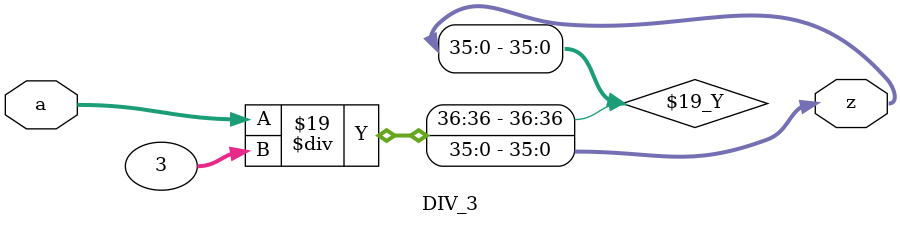
<source format=v>

`ifdef RTL
	`include "GATED_OR.v"
`else
	`include "Netlist/GATED_OR_SYN.v"
`endif
// synopsys translate_on

module SAD(
    //Input signals
    clk,
    rst_n,
    cg_en,
    in_valid,
	in_data1,
    T,
    in_data2,
    w_Q,
    w_K,
    w_V,

    //Output signals
    out_valid,
    out_data
    );

input clk;
input rst_n;
input in_valid;
input cg_en;
input signed [5:0] in_data1;
input [3:0] T;
input signed [7:0] in_data2;
input signed [7:0] w_Q;
input signed [7:0] w_K;
input signed [7:0] w_V;

output reg out_valid;
output reg signed [91:0] out_data;

//==============================================//
//       parameter & integer declaration        //
//==============================================//
parameter d_model = 'd8;

genvar k;

//==============================================//
//           reg & wire declaration             //
//==============================================//

reg [8:0] cnt_clk, next_cnt_clk;  // 0 ~ 307 (9 bits)
reg [6:0] handle_cycles_t8;   // 1*8 or 4*8 or 8*8 = 8 ~ 64
reg [6:0] handle_cycles_tt;   // 1*1 or 4*4 or 8*8 = 1 ~ 64
reg [8:0] QK_start_cycle;
reg [8:0] SV_start_cycle;
reg [8:0] out_start_cycle;
reg [8:0] end_cycle;     // max = 307 ??

// ----------------- input buffer -----------------
wire in_data1_valid, in_data2_valid, Q_valid, K_valid, V_valid;

reg signed [5:0] in_data1_reg [0:15];
reg [3:0] T_reg;
reg signed [7:0] in_data2_reg [0:63];
reg signed [7:0] w_Q_reg [0:63];
reg signed [7:0] w_K_reg [0:63];
reg signed [7:0] w_V_reg [0:63];

// ----------------- det -----------------
reg [3:0] det_cnt;    // 0 ~ 11
wire is_det;
reg  is_det_d1, is_det_d2, is_det_d3;

reg signed [20:0] det_tmp;   // 21-bit
reg signed [24:0] det_result;

// ----------------- matrix multiply -----------------
reg [4:0] mult_cnt_small;   // 0~191
reg [4:0] mult_cnt_small_d1;
wire is_multiplying;
wire Q_mult, K_mult, V_mult;
reg  Q_mult_d1, K_mult_d1, V_mult_d1;

wire signed [7:0] w_Q_transpose [0:63];
wire signed [7:0] w_K_transpose [0:63];
wire signed [7:0] w_V_transpose [0:63];

wire is_QK;
reg [5:0] mult_cnt_QK, mult_cnt_QK_d1, mult_cnt_QK_d2, mult_cnt_QK_d3;

reg signed [37:0] A_tmp;     // 38-bit
wire signed [36:0] A_pos;     // 37-bit

reg [36:0] div_a;   // 37-bit, all positive, unsigned
reg [35:0] div_z;   // 36-bit

reg signed [36:0] S_reg [0:63];

wire is_SV;
reg is_SV_d1;
reg [7:0] mult_cnt_SV, mult_cnt_SV_d1;   // 0~191

reg signed [18:0] V_transpose [0:63];

// ----------------- mult -----------------
reg signed [7:0]  mult_s1_a [0:7];
reg signed [7:0]  mult_s1_b [0:7];
reg signed [15:0] mult_s1_z [0:7];

reg signed [7:0]  mult_s2_a [0:7];
reg signed [7:0]  mult_s2_b [0:7];
reg signed [15:0] mult_s2_z [0:7];

reg signed [18:0] mult_b_a [0:7];
reg signed [36:0] mult_b_b [0:7];
reg signed [53:0] mult_b_z [0:7];

reg signed [24:0] mult_f_a;
reg signed [53:0] mult_f_b;
reg signed [91:0] mult_f_z;

reg signed [18:0] Q_reg [0:63], K_reg [0:63], V_reg [0:63];     // 19-bit

//==============================================//
//                  design                      //
//==============================================//

// reg [8:0] cnt_clk;  // 0 ~ 307 (9 bits)
always @(posedge clk or negedge rst_n) begin
	if (!rst_n) cnt_clk <= 7'b0;
	else cnt_clk <= next_cnt_clk;
end

// reg [8:0] next_cnt_clk;  // 0 ~ 307 (9 bits)
always @(*) begin
    next_cnt_clk = cnt_clk;
    if      (cnt_clk == end_cycle)       next_cnt_clk = 9'b0;
    else if (cnt_clk > 9'b0 || in_valid) next_cnt_clk = cnt_clk + 9'd1;
end

// ----------------- input -----------------

// wire in_data1_valid, in_data2_valid, Q_valid, K_valid, V_valid;
assign in_data1_valid = in_valid && cnt_clk < 9'd16;
assign in_data2_valid = in_valid && cnt_clk < ({3'd0, T_reg} << 3);
assign Q_valid = in_valid &&                     cnt_clk < 9'd64;
assign K_valid = in_valid && cnt_clk > 9'd63  && cnt_clk < 9'd128;
assign V_valid = in_valid && cnt_clk > 9'd127 && cnt_clk < 9'd192;

// reg [3:0] T_reg;
always @(posedge clk or negedge rst_n) begin
    if      (!rst_n)                      T_reg <= 4'd0;
    else if (in_valid && cnt_clk == 9'd0) T_reg <= T;
end

// reg [6:0] handle_cycles_t8;   // 1*8 or 4*8 or 8*8 = 8 ~ 64
always @(*) begin
    case (T_reg)
        1:       handle_cycles_t8 = 7'd8;
        4:       handle_cycles_t8 = 7'd32;
        default: handle_cycles_t8 = 7'd64;
    endcase
end
// reg [6:0] handle_cycles_tt;   // 1*1 or 4*4 or 8*8 = 1 ~ 64
always @(*) begin
    case (T_reg)
        1:       handle_cycles_tt = 7'd1;
        4:       handle_cycles_tt = 7'd32;
        default: handle_cycles_tt = 7'd64;
    endcase
end

// reg [8:0] QK_start_cycle;
always @(*) begin
    case (T_reg)
        1:       QK_start_cycle = 9'd190;
        4:       QK_start_cycle = 9'd148;
        default: QK_start_cycle = 9'd148;
    endcase
end

// reg [8:0] SV_start_cycle;
always @(*) begin
    case (T_reg)
        1:       SV_start_cycle = 9'd194;
        4:       SV_start_cycle = 9'd195;
        default: SV_start_cycle = 9'd212;
    endcase
end

// reg [8:0] out_start_cycle;
always @(*) begin
    case (T_reg)
        1:       out_start_cycle = 9'd196;
        4:       out_start_cycle = 9'd197;
        default: out_start_cycle = 9'd214;
    endcase
end

// reg [8:0] end_cycle;     // max = 307 ??
always @(*) begin
    case (T_reg)
        1:       end_cycle = 9'd204;
        4:       end_cycle = 9'd229;
        default: end_cycle = 9'd278;
    endcase
end

// reg signed [5:0] in_data1_reg [0:15];
always @(posedge clk or negedge rst_n) begin
    integer i;
    if (!rst_n) for (i = 0; i < 16; i  = i + 1) in_data1_reg[i] <= 6'd0;
    // ----------------- input -----------------
    else if (in_data1_valid) in_data1_reg[cnt_clk] <= in_data1;
    // -------------- determinent --------------
    else if (is_det) begin
        in_data1_reg[0] <= in_data1_reg[1];
        in_data1_reg[1] <= in_data1_reg[2];
        in_data1_reg[2] <= in_data1_reg[3];
        in_data1_reg[3] <= in_data1_reg[0];

        in_data1_reg[4] <= in_data1_reg[5];
        in_data1_reg[5] <= in_data1_reg[6];
        in_data1_reg[6] <= in_data1_reg[7];
        in_data1_reg[7] <= in_data1_reg[4];
        
        in_data1_reg[8] <= in_data1_reg[9];
        in_data1_reg[9] <= in_data1_reg[10];
        in_data1_reg[10] <= in_data1_reg[11];
        in_data1_reg[11] <= in_data1_reg[8];

        in_data1_reg[12] <= in_data1_reg[13];
        in_data1_reg[13] <= in_data1_reg[14];
        in_data1_reg[14] <= in_data1_reg[15];
        in_data1_reg[15] <= in_data1_reg[12];
    end
end

// reg signed [7:0] in_data2_reg [0:63];
always @(posedge clk or negedge rst_n) begin
    integer i;
    if      (!rst_n)               for (i = 0; i < 64; i  = i + 1) in_data2_reg[i] <= 8'd0;
    else if (in_data2_valid)       in_data2_reg[cnt_clk] <= in_data2;
    else if (cnt_clk == end_cycle) for (i = 8; i < 64; i  = i + 1) in_data2_reg[i] <= 8'd0;
end

// reg signed [7:0] w_Q_reg [0:63];
always @(posedge clk or negedge rst_n) begin
    integer i;
    if      (!rst_n)  for (i = 0; i < 64; i = i + 1) w_Q_reg[i] <= 8'd0;
    else if (Q_valid) w_Q_reg[cnt_clk[5:0]] <= w_Q;
end
// reg signed [7:0] w_K_reg [0:63];
always @(posedge clk or negedge rst_n) begin
    integer i;
    if      (!rst_n)  for (i = 0; i < 64; i = i + 1) w_K_reg[i] <= 8'd0;
    else if (K_valid) w_K_reg[cnt_clk[5:0]] <= w_K;
end
// reg signed [7:0] w_V_reg [0:63];
always @(posedge clk or negedge rst_n) begin
    integer i;
    if      (!rst_n)  for (i = 0; i < 64; i = i + 1) w_V_reg[i] <= 8'd0;
    else if (V_valid) w_V_reg[cnt_clk[5:0]] <= w_V;
end

// -------------- determinent --------------

// reg [3:0] det_cnt;    // 0 ~ 11
always @(posedge clk or negedge rst_n) begin
    if      (!rst_n) det_cnt <= 4'd0;
    else if (is_det) det_cnt <= det_cnt + 4'd1;
    else             det_cnt <= 4'd0;
end

// wire is_det;
assign is_det = (cnt_clk >= 9'd16 && cnt_clk <= 9'd27);

// reg is_det_d1, is_det_d2, is_det_d3;
always @(posedge clk or negedge rst_n) begin
    if (!rst_n) begin
        is_det_d1 <= 1'b0;
        is_det_d2 <= 1'b0;
        is_det_d3 <= 1'b0;
    end
    else begin
        is_det_d1 <= is_det;
        is_det_d2 <= is_det_d1;
        is_det_d3 <= is_det_d2;
    end
end


// + a0 a5 a10 a15
// - a1 a6 a11 a12
// + a2 a7 a8  a13
// - a3 a4 a9  a14

// + a0 a6 a11 a13
// - a1 a7 a8  a14
// + a2 a4 a9  a15
// - a3 a5 a10 a12

// + a0 a7 a9  a14
// - a1 a4 a10 a15
// + a2 a5 a11 a12
// - a3 a6 a8  a13

//--------------------

// - a0 a7 a10 a13
// + a1 a4 a11 a14 
// - a2 a5 a8  a15
// + a3 a6 a9  a12

// - a0 a5 a11 a14
// + a1 a6 a8  a15 
// - a2 a7 a9  a12
// + a3 a4 a10 a13 

// - a0 a6 a9  a15
// + a1 a7 a10 a12
// - a2 a4 a11 a13 
// + a3 a5 a8  a14


// reg signed [7:0] mult_s1_a[0:7], mult_s1_b[0:7]
always @(posedge clk or negedge rst_n) begin
    integer i;
    if (!rst_n) begin
        for (i = 0; i < 8; i = i + 1) begin
            mult_s1_a[i] <= 8'd0;
            mult_s1_b[i] <= 8'd0;
            mult_s2_a[i] <= 8'd0;
            mult_s2_b[i] <= 8'd0;
        end
    end
    else if (is_det) begin
        case (det_cnt[3:2])
            // 2'd0: begin
            //     // +
            //     mult_s1_a[0] <= {{2{in_data1_reg[0][5]}},  in_data1_reg[0]};
            //     mult_s1_b[0] <= {{2{in_data1_reg[5][5]}},  in_data1_reg[5]};
            //     mult_s1_a[1] <= {{2{in_data1_reg[10][5]}}, in_data1_reg[10]};
            //     mult_s1_b[1] <= {{2{in_data1_reg[15][5]}}, in_data1_reg[15]};
            //     // -
            //     mult_s1_a[2] <= {{2{in_data1_reg[0][5]}},  in_data1_reg[0]};
            //     mult_s1_b[2] <= {{2{in_data1_reg[7][5]}},  in_data1_reg[7]};
            //     mult_s1_a[3] <= {{2{in_data1_reg[10][5]}}, in_data1_reg[10]};
            //     mult_s1_b[3] <= {{2{in_data1_reg[13][5]}}, in_data1_reg[13]};
            // end
            2'd1: begin
                // -
                mult_s1_a[0] <= {{2{in_data1_reg[0][5]}},  in_data1_reg[0]};
                mult_s1_b[0] <= {{2{in_data1_reg[6][5]}},  in_data1_reg[6]};
                mult_s1_a[1] <= {{2{in_data1_reg[11][5]}}, in_data1_reg[11]};
                mult_s1_b[1] <= {{2{in_data1_reg[13][5]}}, in_data1_reg[13]};
                // +
                
                mult_s1_a[2] <= {{2{in_data1_reg[0][5]}},  in_data1_reg[0]};
                mult_s1_b[2] <= {{2{in_data1_reg[5][5]}},  in_data1_reg[5]};
                mult_s1_a[3] <= {{2{in_data1_reg[11][5]}}, in_data1_reg[11]};
                mult_s1_b[3] <= {{2{in_data1_reg[14][5]}}, in_data1_reg[14]};
            end
            2'd2: begin
                // +
                mult_s1_a[0] <= {{2{in_data1_reg[0][5]}},  in_data1_reg[0]};
                mult_s1_b[0] <= {{2{in_data1_reg[7][5]}},  in_data1_reg[7]};
                mult_s1_a[1] <= {{2{in_data1_reg[9][5]}},  in_data1_reg[9]};
                mult_s1_b[1] <= {{2{in_data1_reg[14][5]}}, in_data1_reg[14]};
                // -
                mult_s1_a[2] <= {{2{in_data1_reg[0][5]}},  in_data1_reg[0]};
                mult_s1_b[2] <= {{2{in_data1_reg[6][5]}},  in_data1_reg[6]};
                mult_s1_a[3] <= {{2{in_data1_reg[9][5]}},  in_data1_reg[9]};
                mult_s1_b[3] <= {{2{in_data1_reg[15][5]}}, in_data1_reg[15]};
            end
            default: begin
                // -
                mult_s1_a[0] <= {{2{in_data1_reg[0][5]}},  in_data1_reg[0]};
                mult_s1_b[0] <= {{2{in_data1_reg[5][5]}},  in_data1_reg[5]};
                mult_s1_a[1] <= {{2{in_data1_reg[10][5]}}, in_data1_reg[10]};
                mult_s1_b[1] <= {{2{in_data1_reg[15][5]}}, in_data1_reg[15]};
                // +
                mult_s1_a[2] <= {{2{in_data1_reg[0][5]}},  in_data1_reg[0]};
                mult_s1_b[2] <= {{2{in_data1_reg[7][5]}},  in_data1_reg[7]};
                mult_s1_a[3] <= {{2{in_data1_reg[10][5]}}, in_data1_reg[10]};
                mult_s1_b[3] <= {{2{in_data1_reg[13][5]}}, in_data1_reg[13]};
            end
        endcase
    end
    else if (Q_mult) begin
        mult_s1_a[0] <= in_data2_reg[{mult_cnt_small[4:3], 4'd0}];
        mult_s1_a[1] <= in_data2_reg[{mult_cnt_small[4:3], 4'd1}];
        mult_s1_a[2] <= in_data2_reg[{mult_cnt_small[4:3], 4'd2}];
        mult_s1_a[3] <= in_data2_reg[{mult_cnt_small[4:3], 4'd3}];
        mult_s1_a[4] <= in_data2_reg[{mult_cnt_small[4:3], 4'd4}];
        mult_s1_a[5] <= in_data2_reg[{mult_cnt_small[4:3], 4'd5}];
        mult_s1_a[6] <= in_data2_reg[{mult_cnt_small[4:3], 4'd6}];
        mult_s1_a[7] <= in_data2_reg[{mult_cnt_small[4:3], 4'd7}];

        mult_s1_b[0] <= w_Q_transpose[{mult_cnt_small[2:0], 3'd0}];
        mult_s1_b[1] <= w_Q_transpose[{mult_cnt_small[2:0], 3'd1}];
        mult_s1_b[2] <= w_Q_transpose[{mult_cnt_small[2:0], 3'd2}];
        mult_s1_b[3] <= w_Q_transpose[{mult_cnt_small[2:0], 3'd3}];
        mult_s1_b[4] <= w_Q_transpose[{mult_cnt_small[2:0], 3'd4}];
        mult_s1_b[5] <= w_Q_transpose[{mult_cnt_small[2:0], 3'd5}];
        mult_s1_b[6] <= w_Q_transpose[{mult_cnt_small[2:0], 3'd6}];
        mult_s1_b[7] <= w_Q_transpose[{mult_cnt_small[2:0], 3'd7}];

        mult_s2_a[0] <= in_data2_reg[{mult_cnt_small[4:3], 1'b1, 3'd0}];
        mult_s2_a[1] <= in_data2_reg[{mult_cnt_small[4:3], 1'b1, 3'd1}];
        mult_s2_a[2] <= in_data2_reg[{mult_cnt_small[4:3], 1'b1, 3'd2}];
        mult_s2_a[3] <= in_data2_reg[{mult_cnt_small[4:3], 1'b1, 3'd3}];
        mult_s2_a[4] <= in_data2_reg[{mult_cnt_small[4:3], 1'b1, 3'd4}];
        mult_s2_a[5] <= in_data2_reg[{mult_cnt_small[4:3], 1'b1, 3'd5}];
        mult_s2_a[6] <= in_data2_reg[{mult_cnt_small[4:3], 1'b1, 3'd6}];
        mult_s2_a[7] <= in_data2_reg[{mult_cnt_small[4:3], 1'b1, 3'd7}];

        mult_s2_b[0] <= w_Q_transpose[{mult_cnt_small[2:0], 3'd0}];
        mult_s2_b[1] <= w_Q_transpose[{mult_cnt_small[2:0], 3'd1}];
        mult_s2_b[2] <= w_Q_transpose[{mult_cnt_small[2:0], 3'd2}];
        mult_s2_b[3] <= w_Q_transpose[{mult_cnt_small[2:0], 3'd3}];
        mult_s2_b[4] <= w_Q_transpose[{mult_cnt_small[2:0], 3'd4}];
        mult_s2_b[5] <= w_Q_transpose[{mult_cnt_small[2:0], 3'd5}];
        mult_s2_b[6] <= w_Q_transpose[{mult_cnt_small[2:0], 3'd6}];
        mult_s2_b[7] <= w_Q_transpose[{mult_cnt_small[2:0], 3'd7}];
    end
    else if (K_mult) begin
        mult_s1_a[0] <= in_data2_reg[{mult_cnt_small[4:3], 4'd0}];
        mult_s1_a[1] <= in_data2_reg[{mult_cnt_small[4:3], 4'd1}];
        mult_s1_a[2] <= in_data2_reg[{mult_cnt_small[4:3], 4'd2}];
        mult_s1_a[3] <= in_data2_reg[{mult_cnt_small[4:3], 4'd3}];
        mult_s1_a[4] <= in_data2_reg[{mult_cnt_small[4:3], 4'd4}];
        mult_s1_a[5] <= in_data2_reg[{mult_cnt_small[4:3], 4'd5}];
        mult_s1_a[6] <= in_data2_reg[{mult_cnt_small[4:3], 4'd6}];
        mult_s1_a[7] <= in_data2_reg[{mult_cnt_small[4:3], 4'd7}];

        mult_s1_b[0] <= w_K_transpose[{mult_cnt_small[2:0], 3'd0}];
        mult_s1_b[1] <= w_K_transpose[{mult_cnt_small[2:0], 3'd1}];
        mult_s1_b[2] <= w_K_transpose[{mult_cnt_small[2:0], 3'd2}];
        mult_s1_b[3] <= w_K_transpose[{mult_cnt_small[2:0], 3'd3}];
        mult_s1_b[4] <= w_K_transpose[{mult_cnt_small[2:0], 3'd4}];
        mult_s1_b[5] <= w_K_transpose[{mult_cnt_small[2:0], 3'd5}];
        mult_s1_b[6] <= w_K_transpose[{mult_cnt_small[2:0], 3'd6}];
        mult_s1_b[7] <= w_K_transpose[{mult_cnt_small[2:0], 3'd7}];

        mult_s2_a[0] <= in_data2_reg[{mult_cnt_small[4:3], 1'b1, 3'd0}];
        mult_s2_a[1] <= in_data2_reg[{mult_cnt_small[4:3], 1'b1, 3'd1}];
        mult_s2_a[2] <= in_data2_reg[{mult_cnt_small[4:3], 1'b1, 3'd2}];
        mult_s2_a[3] <= in_data2_reg[{mult_cnt_small[4:3], 1'b1, 3'd3}];
        mult_s2_a[4] <= in_data2_reg[{mult_cnt_small[4:3], 1'b1, 3'd4}];
        mult_s2_a[5] <= in_data2_reg[{mult_cnt_small[4:3], 1'b1, 3'd5}];
        mult_s2_a[6] <= in_data2_reg[{mult_cnt_small[4:3], 1'b1, 3'd6}];
        mult_s2_a[7] <= in_data2_reg[{mult_cnt_small[4:3], 1'b1, 3'd7}];

        mult_s2_b[0] <= w_K_transpose[{mult_cnt_small[2:0], 3'd0}];
        mult_s2_b[1] <= w_K_transpose[{mult_cnt_small[2:0], 3'd1}];
        mult_s2_b[2] <= w_K_transpose[{mult_cnt_small[2:0], 3'd2}];
        mult_s2_b[3] <= w_K_transpose[{mult_cnt_small[2:0], 3'd3}];
        mult_s2_b[4] <= w_K_transpose[{mult_cnt_small[2:0], 3'd4}];
        mult_s2_b[5] <= w_K_transpose[{mult_cnt_small[2:0], 3'd5}];
        mult_s2_b[6] <= w_K_transpose[{mult_cnt_small[2:0], 3'd6}];
        mult_s2_b[7] <= w_K_transpose[{mult_cnt_small[2:0], 3'd7}];
    end
    else if (V_mult) begin
        mult_s1_a[0] <= in_data2_reg[{mult_cnt_small[4:3], 4'd0}];
        mult_s1_a[1] <= in_data2_reg[{mult_cnt_small[4:3], 4'd1}];
        mult_s1_a[2] <= in_data2_reg[{mult_cnt_small[4:3], 4'd2}];
        mult_s1_a[3] <= in_data2_reg[{mult_cnt_small[4:3], 4'd3}];
        mult_s1_a[4] <= in_data2_reg[{mult_cnt_small[4:3], 4'd4}];
        mult_s1_a[5] <= in_data2_reg[{mult_cnt_small[4:3], 4'd5}];
        mult_s1_a[6] <= in_data2_reg[{mult_cnt_small[4:3], 4'd6}];
        mult_s1_a[7] <= in_data2_reg[{mult_cnt_small[4:3], 4'd7}];

        mult_s1_b[0] <= w_V_transpose[{mult_cnt_small[2:0], 3'd0}];
        mult_s1_b[1] <= w_V_transpose[{mult_cnt_small[2:0], 3'd1}];
        mult_s1_b[2] <= w_V_transpose[{mult_cnt_small[2:0], 3'd2}];
        mult_s1_b[3] <= w_V_transpose[{mult_cnt_small[2:0], 3'd3}];
        mult_s1_b[4] <= w_V_transpose[{mult_cnt_small[2:0], 3'd4}];
        mult_s1_b[5] <= w_V_transpose[{mult_cnt_small[2:0], 3'd5}];
        mult_s1_b[6] <= w_V_transpose[{mult_cnt_small[2:0], 3'd6}];
        mult_s1_b[7] <= w_V_transpose[{mult_cnt_small[2:0], 3'd7}];

        mult_s2_a[0] <= in_data2_reg[{mult_cnt_small[4:3], 1'b1, 3'd0}];
        mult_s2_a[1] <= in_data2_reg[{mult_cnt_small[4:3], 1'b1, 3'd1}];
        mult_s2_a[2] <= in_data2_reg[{mult_cnt_small[4:3], 1'b1, 3'd2}];
        mult_s2_a[3] <= in_data2_reg[{mult_cnt_small[4:3], 1'b1, 3'd3}];
        mult_s2_a[4] <= in_data2_reg[{mult_cnt_small[4:3], 1'b1, 3'd4}];
        mult_s2_a[5] <= in_data2_reg[{mult_cnt_small[4:3], 1'b1, 3'd5}];
        mult_s2_a[6] <= in_data2_reg[{mult_cnt_small[4:3], 1'b1, 3'd6}];
        mult_s2_a[7] <= in_data2_reg[{mult_cnt_small[4:3], 1'b1, 3'd7}];

        mult_s2_b[0] <= w_V_transpose[{mult_cnt_small[2:0], 3'd0}];
        mult_s2_b[1] <= w_V_transpose[{mult_cnt_small[2:0], 3'd1}];
        mult_s2_b[2] <= w_V_transpose[{mult_cnt_small[2:0], 3'd2}];
        mult_s2_b[3] <= w_V_transpose[{mult_cnt_small[2:0], 3'd3}];
        mult_s2_b[4] <= w_V_transpose[{mult_cnt_small[2:0], 3'd4}];
        mult_s2_b[5] <= w_V_transpose[{mult_cnt_small[2:0], 3'd5}];
        mult_s2_b[6] <= w_V_transpose[{mult_cnt_small[2:0], 3'd6}];
        mult_s2_b[7] <= w_V_transpose[{mult_cnt_small[2:0], 3'd7}];
    end
    else if (cnt_clk == end_cycle) begin
        for (i = 0; i < 8; i = i + 1) begin
            mult_s1_a[i] <= 8'd0;
            mult_s1_b[i] <= 8'd0;
            mult_s2_a[i] <= 8'd0;
            mult_s2_b[i] <= 8'd0;
        end
    end
end

// reg signed [18:0] mult_b_a[0:7]
// reg signed [36:0] mult_b_b[0:7]
always @(posedge clk or negedge rst_n) begin
    integer i;
    if (!rst_n) begin
        for (i = 0; i < 8; i = i + 1) begin
            mult_b_a[i] <= 19'd0;
            mult_b_b[i] <= 37'd0;
        end
    end
    else if (is_det_d1) begin
        mult_b_a[0] <= {{ 3{mult_s1_z[0][15]}}, mult_s1_z[0]};
        mult_b_b[0] <= {{21{mult_s1_z[1][15]}}, mult_s1_z[1]};
        mult_b_a[1] <= {{ 3{mult_s1_z[2][15]}}, mult_s1_z[2]};
        mult_b_b[1] <= {{21{mult_s1_z[3][15]}}, mult_s1_z[3]};
    end
    else if (is_QK) begin
        mult_b_a[0] <= Q_reg[{mult_cnt_QK[5:3], 3'd0}];
        mult_b_a[1] <= Q_reg[{mult_cnt_QK[5:3], 3'd1}];
        mult_b_a[2] <= Q_reg[{mult_cnt_QK[5:3], 3'd2}];
        mult_b_a[3] <= Q_reg[{mult_cnt_QK[5:3], 3'd3}];
        mult_b_a[4] <= Q_reg[{mult_cnt_QK[5:3], 3'd4}];
        mult_b_a[5] <= Q_reg[{mult_cnt_QK[5:3], 3'd5}];
        mult_b_a[6] <= Q_reg[{mult_cnt_QK[5:3], 3'd6}];
        mult_b_a[7] <= Q_reg[{mult_cnt_QK[5:3], 3'd7}];

        mult_b_b[0] <= {{18{K_reg[{mult_cnt_QK[2:0], 3'd0}][18]}}, K_reg[{mult_cnt_QK[2:0], 3'd0}]};
        mult_b_b[1] <= {{18{K_reg[{mult_cnt_QK[2:0], 3'd1}][18]}}, K_reg[{mult_cnt_QK[2:0], 3'd1}]};
        mult_b_b[2] <= {{18{K_reg[{mult_cnt_QK[2:0], 3'd2}][18]}}, K_reg[{mult_cnt_QK[2:0], 3'd2}]};
        mult_b_b[3] <= {{18{K_reg[{mult_cnt_QK[2:0], 3'd3}][18]}}, K_reg[{mult_cnt_QK[2:0], 3'd3}]};
        mult_b_b[4] <= {{18{K_reg[{mult_cnt_QK[2:0], 3'd4}][18]}}, K_reg[{mult_cnt_QK[2:0], 3'd4}]};
        mult_b_b[5] <= {{18{K_reg[{mult_cnt_QK[2:0], 3'd5}][18]}}, K_reg[{mult_cnt_QK[2:0], 3'd5}]};
        mult_b_b[6] <= {{18{K_reg[{mult_cnt_QK[2:0], 3'd6}][18]}}, K_reg[{mult_cnt_QK[2:0], 3'd6}]};
        mult_b_b[7] <= {{18{K_reg[{mult_cnt_QK[2:0], 3'd7}][18]}}, K_reg[{mult_cnt_QK[2:0], 3'd7}]};
    end
    else if (is_SV) begin
        mult_b_a[0] <= V_transpose[{mult_cnt_SV[2:0], 3'd0}];  // 19-bit
        mult_b_a[1] <= V_transpose[{mult_cnt_SV[2:0], 3'd1}];
        mult_b_a[2] <= V_transpose[{mult_cnt_SV[2:0], 3'd2}];
        mult_b_a[3] <= V_transpose[{mult_cnt_SV[2:0], 3'd3}];
        mult_b_a[4] <= V_transpose[{mult_cnt_SV[2:0], 3'd4}];
        mult_b_a[5] <= V_transpose[{mult_cnt_SV[2:0], 3'd5}];
        mult_b_a[6] <= V_transpose[{mult_cnt_SV[2:0], 3'd6}];
        mult_b_a[7] <= V_transpose[{mult_cnt_SV[2:0], 3'd7}];

        mult_b_b[0] <= S_reg[{mult_cnt_SV[5:3], 3'd0}];        // 37-bit
        mult_b_b[1] <= S_reg[{mult_cnt_SV[5:3], 3'd1}];
        mult_b_b[2] <= S_reg[{mult_cnt_SV[5:3], 3'd2}];
        mult_b_b[3] <= S_reg[{mult_cnt_SV[5:3], 3'd3}];
        mult_b_b[4] <= S_reg[{mult_cnt_SV[5:3], 3'd4}];
        mult_b_b[5] <= S_reg[{mult_cnt_SV[5:3], 3'd5}];
        mult_b_b[6] <= S_reg[{mult_cnt_SV[5:3], 3'd6}];
        mult_b_b[7] <= S_reg[{mult_cnt_SV[5:3], 3'd7}];
    end
    else if (cnt_clk == end_cycle) begin
        for (i = 0; i < 8; i = i + 1) begin
            mult_b_a[i] <= 19'd0;
            mult_b_b[i] <= 37'd0;
        end
    end
end

// reg signed [20:0] det_tmp;   // 21-bit
always @(posedge clk or negedge rst_n) begin
    if      (!rst_n)     det_tmp <= 25'd0;
    else if (is_det_d2) begin
        if (~cnt_clk[0]) det_tmp <= mult_b_z[0] - mult_b_z[1];
        else             det_tmp <= mult_b_z[1] - mult_b_z[0];
    end
end

// reg signed [24:0] det_result;
always @(posedge clk or negedge rst_n) begin
    if      (!rst_n)               det_result <= 25'd0;
    else if (is_det_d3)            det_result <= det_result + det_tmp;
    else if (cnt_clk == end_cycle) det_result <= 25'd0;
end

// -------------- attention --------------

assign Q_mult = cnt_clk >= 9'd57  && cnt_clk <= 9'd88;
assign K_mult = cnt_clk >= 9'd121 && cnt_clk <= 9'd152;
assign V_mult = cnt_clk >= 9'd185 && cnt_clk < (T_reg[0] ? 9'd193 : (9'd185 + (handle_cycles_t8>>1)));

// reg Q_mult_d1, K_mult_d1, V_mult_d1;
always @(posedge clk or negedge rst_n) begin
    if (!rst_n) begin
        Q_mult_d1 <= 1'b0;
        K_mult_d1 <= 1'b0;
        V_mult_d1 <= 1'b0;
    end
    else begin
        Q_mult_d1 <= Q_mult;
        K_mult_d1 <= K_mult;
        V_mult_d1 <= V_mult;
    end
end

// wire is_multiplying;
assign is_multiplying = (Q_mult || K_mult || V_mult);

// reg [4:0] mult_cnt_small;   // 0~191
always @(posedge clk or negedge rst_n) begin
    if      (!rst_n)               mult_cnt_small <= 5'd0;
    else if (is_multiplying)       mult_cnt_small <= mult_cnt_small + 5'd1;
    else if (cnt_clk == end_cycle) mult_cnt_small <= 5'd0;
end

// reg [7:0] mult_cnt_small_d1;   // 0~191
always @(posedge clk or negedge rst_n) begin
    if (!rst_n) mult_cnt_small_d1 <= 5'd0;
    else        mult_cnt_small_d1 <= mult_cnt_small;
end

// wire signed [7:0] w_Q_transpose [0:63];
// wire signed [7:0] w_K_transpose [0:63];
// wire signed [7:0] w_V_transpose [0:63];
generate
    for (k = 0; k < 64; k = k + 1) begin: transpose_weight
        assign w_Q_transpose[k] = w_Q_reg[k/8 + 8*(k%8)];
        assign w_K_transpose[k] = w_K_reg[k/8 + 8*(k%8)];
        assign w_V_transpose[k] = w_V_reg[k/8 + 8*(k%8)];
    end
endgenerate

// reg signed [18:0] Q_reg [0:63], K_reg [0:63], V_reg [0:63];     // 19-bit
always @(posedge clk or negedge rst_n) begin
    integer i;
    if (!rst_n) begin
        for (i = 0; i < 64; i = i + 1) Q_reg[i] <= 19'd0;
    end
    else if (Q_mult_d1) begin
        Q_reg[{mult_cnt_small_d1[4:3], 1'b0, mult_cnt_small_d1[2:0]}] <= mult_s1_z[0] + mult_s1_z[1] + mult_s1_z[2] + mult_s1_z[3] + mult_s1_z[4] + mult_s1_z[5] + mult_s1_z[6] + mult_s1_z[7];
        Q_reg[{mult_cnt_small_d1[4:3], 1'b1, mult_cnt_small_d1[2:0]}] <= mult_s2_z[0] + mult_s2_z[1] + mult_s2_z[2] + mult_s2_z[3] + mult_s2_z[4] + mult_s2_z[5] + mult_s2_z[6] + mult_s2_z[7];
    end
    else if (cnt_clk == end_cycle) begin
        for (i = 0; i < 64; i = i + 1) Q_reg[i] <= 19'd0;
    end
end

always @(posedge clk or negedge rst_n) begin
    integer i;
    if (!rst_n) begin
        for (i = 0; i < 64; i = i + 1) K_reg[i] <= 19'd0;
    end
    else if (K_mult_d1) begin
        K_reg[{mult_cnt_small_d1[4:3], 1'b0, mult_cnt_small_d1[2:0]}] <= mult_s1_z[0] + mult_s1_z[1] + mult_s1_z[2] + mult_s1_z[3] + mult_s1_z[4] + mult_s1_z[5] + mult_s1_z[6] + mult_s1_z[7];
        K_reg[{mult_cnt_small_d1[4:3], 1'b1, mult_cnt_small_d1[2:0]}] <= mult_s2_z[0] + mult_s2_z[1] + mult_s2_z[2] + mult_s2_z[3] + mult_s2_z[4] + mult_s2_z[5] + mult_s2_z[6] + mult_s2_z[7];
    end
    else if (cnt_clk == end_cycle) begin
        for (i = 0; i < 64; i = i + 1) K_reg[i] <= 19'd0;
    end
end

always @(posedge clk or negedge rst_n) begin
    integer i;
    if (!rst_n) begin
        for (i = 0; i < 64; i = i + 1) V_reg[i] <= 19'd0;
    end
    else if (V_mult_d1) begin
        V_reg[{mult_cnt_small_d1[4:3], 1'b0, mult_cnt_small_d1[2:0]}] <= mult_s1_z[0] + mult_s1_z[1] + mult_s1_z[2] + mult_s1_z[3] + mult_s1_z[4] + mult_s1_z[5] + mult_s1_z[6] + mult_s1_z[7];
        V_reg[{mult_cnt_small_d1[4:3], 1'b1, mult_cnt_small_d1[2:0]}] <= mult_s2_z[0] + mult_s2_z[1] + mult_s2_z[2] + mult_s2_z[3] + mult_s2_z[4] + mult_s2_z[5] + mult_s2_z[6] + mult_s2_z[7];
    end
    else if (cnt_clk == end_cycle) begin
        for (i = 0; i < 64; i = i + 1) V_reg[i] <= 19'd0;
    end
end

// -------------- QK^T --------------

// reg [7:0] mult_cnt_QK;   // 0~191
always @(posedge clk or negedge rst_n) begin
    if      (!rst_n) mult_cnt_QK <= 8'd0;
    else if (is_QK)  mult_cnt_QK <= mult_cnt_QK + 8'd1;
    else             mult_cnt_QK <= 8'd0;
end

// wire is_QK;
assign is_QK = (cnt_clk >= QK_start_cycle) && (cnt_clk < QK_start_cycle + handle_cycles_tt);

reg is_QK_d1, is_QK_d2, is_QK_d3;
// reg is_QK_d1, is_QK_d2, is_QK_d3;
always @(posedge clk or negedge rst_n) begin
    if (!rst_n) begin
        is_QK_d1 <= 8'd0;
        is_QK_d2 <= 8'd0;
        is_QK_d3 <= 8'd0;
    end
    else begin
        is_QK_d1 <= is_QK;
        is_QK_d2 <= is_QK_d1;
        is_QK_d3 <= is_QK_d2;
    end
end

// reg [7:0] mult_cnt_QK_d1, mult_cnt_QK_d2, mult_cnt_QK_d3;   // 0~191
always @(posedge clk or negedge rst_n) begin
    if (!rst_n) begin
        mult_cnt_QK_d1 <= 8'd0;
        mult_cnt_QK_d2 <= 8'd0;
        mult_cnt_QK_d3 <= 8'd0;
    end
    else begin
        mult_cnt_QK_d1 <= mult_cnt_QK;
        mult_cnt_QK_d2 <= mult_cnt_QK_d1;
        mult_cnt_QK_d3 <= mult_cnt_QK_d2;
    end
end

// reg signed [37:0] A_tmp;     // 38-bit
always @(posedge clk or negedge rst_n) begin
    if      (!rst_n)               A_tmp <= 38'd0;
    else if (is_QK_d1)             A_tmp <= mult_b_z[0] + mult_b_z[1] + mult_b_z[2] + mult_b_z[3] + mult_b_z[4] + mult_b_z[5] + mult_b_z[6] + mult_b_z[7];
    else if (cnt_clk == end_cycle) A_tmp <= 38'd0;
end

// wire signed [36:0] A_pos;     // 37-bit
assign A_pos = ({37{~A_tmp[37]}} & A_tmp[36:0]);

// reg [36:0] div_a;   // 37-bit, all positive, unsigned
always @(posedge clk or negedge rst_n) begin
    if      (!rst_n)   div_a <= 37'd0;
    else if (is_QK_d2) div_a <= A_pos;
end

// reg [35:0] div_z;   // 36-bit
DIV_3 #(37, 36) div_3(.a(div_a), .z(div_z));

// reg signed [36:0] S_reg [0:63];
always @(posedge clk or negedge rst_n) begin
    integer i;
    if (!rst_n) begin
        for (i = 0; i < 64; i = i + 1) S_reg[i] <= 37'd0;
    end
    else if (is_QK_d3) begin
        S_reg[mult_cnt_QK_d3] <= {1'b0, div_z};
    end
    else if (cnt_clk == end_cycle) begin
        for (i = 0; i < 64; i = i + 1) S_reg[i] <= 37'd0;
    end
end

// -------------- SV --------------

// wire is_SV;
assign is_SV = (cnt_clk >= SV_start_cycle) && (cnt_clk < SV_start_cycle + handle_cycles_t8);

// reg is_SV_d1, is_SV_d2, is_SV_d3, is_SV_d4;
always @(posedge clk or negedge rst_n) begin
    if (!rst_n) begin
        is_SV_d1 <= 1'b0;
    end
    else begin
        is_SV_d1 <= is_SV;
    end
end

// reg [7:0] mult_cnt_SV;   // 0~191
always @(posedge clk or negedge rst_n) begin
    if      (!rst_n) mult_cnt_SV <= 8'd0;
    else if (is_SV)  mult_cnt_SV <= mult_cnt_SV + 8'd1;
    else             mult_cnt_SV <= 8'd0;
end

// reg [7:0] mult_cnt_SV_d1;   // 0~191
always @(posedge clk or negedge rst_n) begin
    if (!rst_n) begin
        mult_cnt_SV_d1 <= 8'd0;
    end
    else begin
        mult_cnt_SV_d1 <= mult_cnt_SV;
    end
end

// reg signed [18:0] V_transpose [0:63];
generate
    for (k = 0; k < 64; k = k + 1) begin: transpose_V
        assign V_transpose[k] = V_reg[k/8 + 8*(k%8)];
    end
endgenerate

// reg signed [24:0] mult_f_a;
// reg signed [53:0] mult_f_b;
// reg signed [91:0] mult_f_z;
always @(posedge clk or negedge rst_n) begin
    if (!rst_n) begin
        mult_f_a <= 25'd0;
        mult_f_b <= 54'd0;
    end
    else if (is_SV_d1) begin
        mult_f_a <= det_result;
        mult_f_b <= mult_b_z[0] + mult_b_z[1] + mult_b_z[2] + mult_b_z[3] + mult_b_z[4] + mult_b_z[5] + mult_b_z[6] + mult_b_z[7];
    end
end

// -------------- mult IP --------------

// reg signed [7:0]  mult_s1_a [0:7];
// reg signed [7:0]  mult_s1_b [0:7];
// reg signed [15:0] mult_s1_z [0:7];

// reg signed [18:0] mult_b_a [0:7];
// reg signed [36:0] mult_b_b [0:7];
// reg signed [53:0] mult_b_z [0:7];
generate
    for (k = 0; k < 8; k = k + 1) begin: mult_gen
        MULT #(8, 8, 16) mult_small_1 (.a(mult_s1_a[k]), .b(mult_s1_b[k]), .z(mult_s1_z[k]));
        MULT #(8, 8, 16) mult_small_2 (.a(mult_s2_a[k]), .b(mult_s2_b[k]), .z(mult_s2_z[k]));
        MULT #(19, 37, 54) mult_big   (.a(mult_b_a[k]),  .b(mult_b_b[k]),  .z(mult_b_z[k]));
    end
endgenerate

// reg signed [24:0] mult_f_a;
// reg signed [53:0] mult_f_b;
// reg signed [91:0] mult_f_z;
MULT #(25, 54, 92) mult_final (.a(mult_f_a), .b(mult_f_b), .z(mult_f_z));


// -------------- output --------------


// output reg out_valid;
// output reg signed [91:0] out_data;


always @(posedge clk or negedge rst_n) begin
    if      (!rst_n)                                            out_valid <= 1'b0;
    else if (cnt_clk >= out_start_cycle && cnt_clk < end_cycle) out_valid <= 1'b1;
    else                                                        out_valid <= 1'b0;
end

always @(posedge clk or negedge rst_n) begin
    if      (!rst_n)                                            out_data <= 92'd0;
    else if (cnt_clk >= out_start_cycle && cnt_clk < end_cycle) out_data <= mult_f_z;
    else                                                        out_data <= 92'd0;
end

endmodule

module MULT #(
    parameter a_bits = 8,
    parameter b_bits = 8,
    parameter z_bits = 16
) (
    input signed [a_bits-1:0] a,
    input signed [b_bits-1:0] b,
    output signed [z_bits-1:0] z
);
assign z = a * b;
endmodule

module DIV_3 #(
    parameter a_bits = 37,
    parameter z_bits = 36
) (
    input  [a_bits-1:0] a,
    output [z_bits-1:0] z
);
assign z = a / 3;
endmodule
</source>
